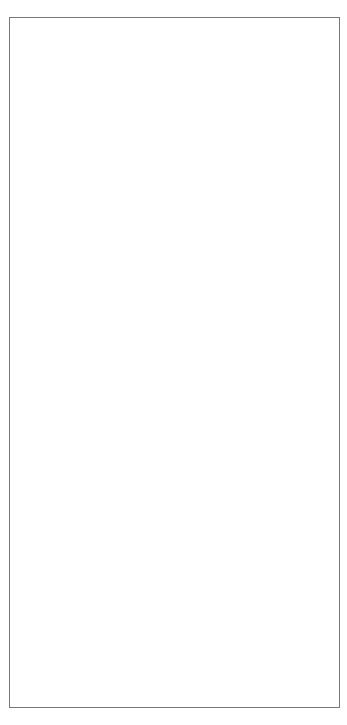
<source format=gm1>
G04 #@! TF.GenerationSoftware,KiCad,Pcbnew,8.0.8-unknown-202502120121~a17639b16e~ubuntu24.04.1*
G04 #@! TF.CreationDate,2025-02-14T12:45:32-05:00*
G04 #@! TF.ProjectId,diode-matrix-rom-dip,64696f64-652d-46d6-9174-7269782d726f,v00*
G04 #@! TF.SameCoordinates,Original*
G04 #@! TF.FileFunction,Profile,NP*
%FSLAX46Y46*%
G04 Gerber Fmt 4.6, Leading zero omitted, Abs format (unit mm)*
G04 Created by KiCad (PCBNEW 8.0.8-unknown-202502120121~a17639b16e~ubuntu24.04.1) date 2025-02-14 12:45:32*
%MOMM*%
%LPD*%
G01*
G04 APERTURE LIST*
G04 #@! TA.AperFunction,Profile*
%ADD10C,0.050000*%
G04 #@! TD*
G04 APERTURE END LIST*
D10*
X114300000Y-76200000D02*
X142240000Y-76200000D01*
X142240000Y-134620000D01*
X114300000Y-134620000D01*
X114300000Y-76200000D01*
M02*

</source>
